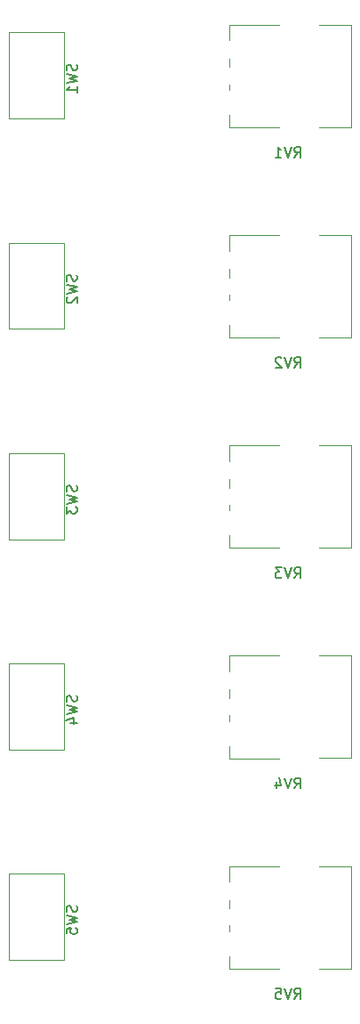
<source format=gbr>
%TF.GenerationSoftware,KiCad,Pcbnew,(5.1.9)-1*%
%TF.CreationDate,2021-07-02T20:28:59+01:00*%
%TF.ProjectId,MultMixer,4d756c74-4d69-4786-9572-2e6b69636164,rev?*%
%TF.SameCoordinates,Original*%
%TF.FileFunction,Legend,Bot*%
%TF.FilePolarity,Positive*%
%FSLAX46Y46*%
G04 Gerber Fmt 4.6, Leading zero omitted, Abs format (unit mm)*
G04 Created by KiCad (PCBNEW (5.1.9)-1) date 2021-07-02 20:28:59*
%MOMM*%
%LPD*%
G01*
G04 APERTURE LIST*
%ADD10C,0.120000*%
%ADD11C,0.150000*%
%ADD12O,1.740000X2.190000*%
%ADD13O,2.362000X1.362000*%
%ADD14O,1.600000X2.400000*%
%ADD15R,1.600000X2.400000*%
%ADD16C,3.240000*%
%ADD17C,1.800000*%
%ADD18R,1.800000X1.800000*%
%ADD19O,1.600000X1.600000*%
%ADD20C,1.600000*%
%ADD21R,1.727200X1.727200*%
%ADD22O,1.727200X1.727200*%
%ADD23R,1.600000X1.600000*%
G04 APERTURE END LIST*
D10*
%TO.C,SW5*%
X181400000Y-148900000D02*
X181400000Y-157100000D01*
X186600000Y-148900000D02*
X181400000Y-148900000D01*
X186600000Y-148900000D02*
X186600000Y-157100000D01*
X186600000Y-157100000D02*
X181400000Y-157100000D01*
%TO.C,SW4*%
X181400000Y-128900000D02*
X181400000Y-137100000D01*
X186600000Y-128900000D02*
X181400000Y-128900000D01*
X186600000Y-128900000D02*
X186600000Y-137100000D01*
X186600000Y-137100000D02*
X181400000Y-137100000D01*
%TO.C,SW3*%
X181400000Y-108900000D02*
X181400000Y-117100000D01*
X186600000Y-108900000D02*
X181400000Y-108900000D01*
X186600000Y-108900000D02*
X186600000Y-117100000D01*
X186600000Y-117100000D02*
X181400000Y-117100000D01*
%TO.C,SW2*%
X181400000Y-88900000D02*
X181400000Y-97100000D01*
X186600000Y-88900000D02*
X181400000Y-88900000D01*
X186600000Y-88900000D02*
X186600000Y-97100000D01*
X186600000Y-97100000D02*
X181400000Y-97100000D01*
%TO.C,SW1*%
X181400000Y-68900000D02*
X181400000Y-77100000D01*
X186600000Y-68900000D02*
X181400000Y-68900000D01*
X186600000Y-68900000D02*
X186600000Y-77100000D01*
X186600000Y-77100000D02*
X181400000Y-77100000D01*
%TO.C,RV5*%
X202387000Y-151380000D02*
X202387000Y-152210000D01*
X202387000Y-153830000D02*
X202387000Y-154360000D01*
X202387000Y-156730000D02*
X202387000Y-157910000D01*
X202387000Y-148170000D02*
X207107000Y-148170000D01*
X210917000Y-157910000D02*
X213977000Y-157910000D01*
X202387000Y-157920000D02*
X207107000Y-157920000D01*
X210917000Y-148170000D02*
X213977000Y-148170000D01*
X202387000Y-148170000D02*
X202387000Y-149660000D01*
X213977000Y-148170000D02*
X213977000Y-157910000D01*
%TO.C,RV4*%
X202387000Y-131380000D02*
X202387000Y-132210000D01*
X202387000Y-133830000D02*
X202387000Y-134360000D01*
X202387000Y-136730000D02*
X202387000Y-137910000D01*
X202387000Y-128170000D02*
X207107000Y-128170000D01*
X210917000Y-137910000D02*
X213977000Y-137910000D01*
X202387000Y-137920000D02*
X207107000Y-137920000D01*
X210917000Y-128170000D02*
X213977000Y-128170000D01*
X202387000Y-128170000D02*
X202387000Y-129660000D01*
X213977000Y-128170000D02*
X213977000Y-137910000D01*
%TO.C,RV3*%
X202387000Y-111380000D02*
X202387000Y-112210000D01*
X202387000Y-113830000D02*
X202387000Y-114360000D01*
X202387000Y-116730000D02*
X202387000Y-117910000D01*
X202387000Y-108170000D02*
X207107000Y-108170000D01*
X210917000Y-117910000D02*
X213977000Y-117910000D01*
X202387000Y-117920000D02*
X207107000Y-117920000D01*
X210917000Y-108170000D02*
X213977000Y-108170000D01*
X202387000Y-108170000D02*
X202387000Y-109660000D01*
X213977000Y-108170000D02*
X213977000Y-117910000D01*
%TO.C,RV2*%
X202387000Y-91380000D02*
X202387000Y-92210000D01*
X202387000Y-93830000D02*
X202387000Y-94360000D01*
X202387000Y-96730000D02*
X202387000Y-97910000D01*
X202387000Y-88170000D02*
X207107000Y-88170000D01*
X210917000Y-97910000D02*
X213977000Y-97910000D01*
X202387000Y-97920000D02*
X207107000Y-97920000D01*
X210917000Y-88170000D02*
X213977000Y-88170000D01*
X202387000Y-88170000D02*
X202387000Y-89660000D01*
X213977000Y-88170000D02*
X213977000Y-97910000D01*
%TO.C,RV1*%
X202387000Y-71380000D02*
X202387000Y-72210000D01*
X202387000Y-73830000D02*
X202387000Y-74360000D01*
X202387000Y-76730000D02*
X202387000Y-77910000D01*
X202387000Y-68170000D02*
X207107000Y-68170000D01*
X210917000Y-77910000D02*
X213977000Y-77910000D01*
X202387000Y-77920000D02*
X207107000Y-77920000D01*
X210917000Y-68170000D02*
X213977000Y-68170000D01*
X202387000Y-68170000D02*
X202387000Y-69660000D01*
X213977000Y-68170000D02*
X213977000Y-77910000D01*
%TO.C,SW5*%
D11*
X187804761Y-151966666D02*
X187852380Y-152109523D01*
X187852380Y-152347619D01*
X187804761Y-152442857D01*
X187757142Y-152490476D01*
X187661904Y-152538095D01*
X187566666Y-152538095D01*
X187471428Y-152490476D01*
X187423809Y-152442857D01*
X187376190Y-152347619D01*
X187328571Y-152157142D01*
X187280952Y-152061904D01*
X187233333Y-152014285D01*
X187138095Y-151966666D01*
X187042857Y-151966666D01*
X186947619Y-152014285D01*
X186900000Y-152061904D01*
X186852380Y-152157142D01*
X186852380Y-152395238D01*
X186900000Y-152538095D01*
X186852380Y-152871428D02*
X187852380Y-153109523D01*
X187138095Y-153300000D01*
X187852380Y-153490476D01*
X186852380Y-153728571D01*
X186852380Y-154585714D02*
X186852380Y-154109523D01*
X187328571Y-154061904D01*
X187280952Y-154109523D01*
X187233333Y-154204761D01*
X187233333Y-154442857D01*
X187280952Y-154538095D01*
X187328571Y-154585714D01*
X187423809Y-154633333D01*
X187661904Y-154633333D01*
X187757142Y-154585714D01*
X187804761Y-154538095D01*
X187852380Y-154442857D01*
X187852380Y-154204761D01*
X187804761Y-154109523D01*
X187757142Y-154061904D01*
%TO.C,SW4*%
X187804761Y-131966666D02*
X187852380Y-132109523D01*
X187852380Y-132347619D01*
X187804761Y-132442857D01*
X187757142Y-132490476D01*
X187661904Y-132538095D01*
X187566666Y-132538095D01*
X187471428Y-132490476D01*
X187423809Y-132442857D01*
X187376190Y-132347619D01*
X187328571Y-132157142D01*
X187280952Y-132061904D01*
X187233333Y-132014285D01*
X187138095Y-131966666D01*
X187042857Y-131966666D01*
X186947619Y-132014285D01*
X186900000Y-132061904D01*
X186852380Y-132157142D01*
X186852380Y-132395238D01*
X186900000Y-132538095D01*
X186852380Y-132871428D02*
X187852380Y-133109523D01*
X187138095Y-133300000D01*
X187852380Y-133490476D01*
X186852380Y-133728571D01*
X187185714Y-134538095D02*
X187852380Y-134538095D01*
X186804761Y-134300000D02*
X187519047Y-134061904D01*
X187519047Y-134680952D01*
%TO.C,SW3*%
X187804761Y-111966666D02*
X187852380Y-112109523D01*
X187852380Y-112347619D01*
X187804761Y-112442857D01*
X187757142Y-112490476D01*
X187661904Y-112538095D01*
X187566666Y-112538095D01*
X187471428Y-112490476D01*
X187423809Y-112442857D01*
X187376190Y-112347619D01*
X187328571Y-112157142D01*
X187280952Y-112061904D01*
X187233333Y-112014285D01*
X187138095Y-111966666D01*
X187042857Y-111966666D01*
X186947619Y-112014285D01*
X186900000Y-112061904D01*
X186852380Y-112157142D01*
X186852380Y-112395238D01*
X186900000Y-112538095D01*
X186852380Y-112871428D02*
X187852380Y-113109523D01*
X187138095Y-113300000D01*
X187852380Y-113490476D01*
X186852380Y-113728571D01*
X186852380Y-114014285D02*
X186852380Y-114633333D01*
X187233333Y-114300000D01*
X187233333Y-114442857D01*
X187280952Y-114538095D01*
X187328571Y-114585714D01*
X187423809Y-114633333D01*
X187661904Y-114633333D01*
X187757142Y-114585714D01*
X187804761Y-114538095D01*
X187852380Y-114442857D01*
X187852380Y-114157142D01*
X187804761Y-114061904D01*
X187757142Y-114014285D01*
%TO.C,SW2*%
X187804761Y-91966666D02*
X187852380Y-92109523D01*
X187852380Y-92347619D01*
X187804761Y-92442857D01*
X187757142Y-92490476D01*
X187661904Y-92538095D01*
X187566666Y-92538095D01*
X187471428Y-92490476D01*
X187423809Y-92442857D01*
X187376190Y-92347619D01*
X187328571Y-92157142D01*
X187280952Y-92061904D01*
X187233333Y-92014285D01*
X187138095Y-91966666D01*
X187042857Y-91966666D01*
X186947619Y-92014285D01*
X186900000Y-92061904D01*
X186852380Y-92157142D01*
X186852380Y-92395238D01*
X186900000Y-92538095D01*
X186852380Y-92871428D02*
X187852380Y-93109523D01*
X187138095Y-93300000D01*
X187852380Y-93490476D01*
X186852380Y-93728571D01*
X186947619Y-94061904D02*
X186900000Y-94109523D01*
X186852380Y-94204761D01*
X186852380Y-94442857D01*
X186900000Y-94538095D01*
X186947619Y-94585714D01*
X187042857Y-94633333D01*
X187138095Y-94633333D01*
X187280952Y-94585714D01*
X187852380Y-94014285D01*
X187852380Y-94633333D01*
%TO.C,SW1*%
X187804761Y-71966666D02*
X187852380Y-72109523D01*
X187852380Y-72347619D01*
X187804761Y-72442857D01*
X187757142Y-72490476D01*
X187661904Y-72538095D01*
X187566666Y-72538095D01*
X187471428Y-72490476D01*
X187423809Y-72442857D01*
X187376190Y-72347619D01*
X187328571Y-72157142D01*
X187280952Y-72061904D01*
X187233333Y-72014285D01*
X187138095Y-71966666D01*
X187042857Y-71966666D01*
X186947619Y-72014285D01*
X186900000Y-72061904D01*
X186852380Y-72157142D01*
X186852380Y-72395238D01*
X186900000Y-72538095D01*
X186852380Y-72871428D02*
X187852380Y-73109523D01*
X187138095Y-73300000D01*
X187852380Y-73490476D01*
X186852380Y-73728571D01*
X187852380Y-74633333D02*
X187852380Y-74061904D01*
X187852380Y-74347619D02*
X186852380Y-74347619D01*
X186995238Y-74252380D01*
X187090476Y-74157142D01*
X187138095Y-74061904D01*
%TO.C,RV5*%
X208552238Y-160792380D02*
X208885571Y-160316190D01*
X209123666Y-160792380D02*
X209123666Y-159792380D01*
X208742714Y-159792380D01*
X208647476Y-159840000D01*
X208599857Y-159887619D01*
X208552238Y-159982857D01*
X208552238Y-160125714D01*
X208599857Y-160220952D01*
X208647476Y-160268571D01*
X208742714Y-160316190D01*
X209123666Y-160316190D01*
X208266523Y-159792380D02*
X207933190Y-160792380D01*
X207599857Y-159792380D01*
X206790333Y-159792380D02*
X207266523Y-159792380D01*
X207314142Y-160268571D01*
X207266523Y-160220952D01*
X207171285Y-160173333D01*
X206933190Y-160173333D01*
X206837952Y-160220952D01*
X206790333Y-160268571D01*
X206742714Y-160363809D01*
X206742714Y-160601904D01*
X206790333Y-160697142D01*
X206837952Y-160744761D01*
X206933190Y-160792380D01*
X207171285Y-160792380D01*
X207266523Y-160744761D01*
X207314142Y-160697142D01*
%TO.C,RV4*%
X208552238Y-140792380D02*
X208885571Y-140316190D01*
X209123666Y-140792380D02*
X209123666Y-139792380D01*
X208742714Y-139792380D01*
X208647476Y-139840000D01*
X208599857Y-139887619D01*
X208552238Y-139982857D01*
X208552238Y-140125714D01*
X208599857Y-140220952D01*
X208647476Y-140268571D01*
X208742714Y-140316190D01*
X209123666Y-140316190D01*
X208266523Y-139792380D02*
X207933190Y-140792380D01*
X207599857Y-139792380D01*
X206837952Y-140125714D02*
X206837952Y-140792380D01*
X207076047Y-139744761D02*
X207314142Y-140459047D01*
X206695095Y-140459047D01*
%TO.C,RV3*%
X208552238Y-120792380D02*
X208885571Y-120316190D01*
X209123666Y-120792380D02*
X209123666Y-119792380D01*
X208742714Y-119792380D01*
X208647476Y-119840000D01*
X208599857Y-119887619D01*
X208552238Y-119982857D01*
X208552238Y-120125714D01*
X208599857Y-120220952D01*
X208647476Y-120268571D01*
X208742714Y-120316190D01*
X209123666Y-120316190D01*
X208266523Y-119792380D02*
X207933190Y-120792380D01*
X207599857Y-119792380D01*
X207361761Y-119792380D02*
X206742714Y-119792380D01*
X207076047Y-120173333D01*
X206933190Y-120173333D01*
X206837952Y-120220952D01*
X206790333Y-120268571D01*
X206742714Y-120363809D01*
X206742714Y-120601904D01*
X206790333Y-120697142D01*
X206837952Y-120744761D01*
X206933190Y-120792380D01*
X207218904Y-120792380D01*
X207314142Y-120744761D01*
X207361761Y-120697142D01*
%TO.C,RV2*%
X208552238Y-100792380D02*
X208885571Y-100316190D01*
X209123666Y-100792380D02*
X209123666Y-99792380D01*
X208742714Y-99792380D01*
X208647476Y-99840000D01*
X208599857Y-99887619D01*
X208552238Y-99982857D01*
X208552238Y-100125714D01*
X208599857Y-100220952D01*
X208647476Y-100268571D01*
X208742714Y-100316190D01*
X209123666Y-100316190D01*
X208266523Y-99792380D02*
X207933190Y-100792380D01*
X207599857Y-99792380D01*
X207314142Y-99887619D02*
X207266523Y-99840000D01*
X207171285Y-99792380D01*
X206933190Y-99792380D01*
X206837952Y-99840000D01*
X206790333Y-99887619D01*
X206742714Y-99982857D01*
X206742714Y-100078095D01*
X206790333Y-100220952D01*
X207361761Y-100792380D01*
X206742714Y-100792380D01*
%TO.C,RV1*%
X208552238Y-80792380D02*
X208885571Y-80316190D01*
X209123666Y-80792380D02*
X209123666Y-79792380D01*
X208742714Y-79792380D01*
X208647476Y-79840000D01*
X208599857Y-79887619D01*
X208552238Y-79982857D01*
X208552238Y-80125714D01*
X208599857Y-80220952D01*
X208647476Y-80268571D01*
X208742714Y-80316190D01*
X209123666Y-80316190D01*
X208266523Y-79792380D02*
X207933190Y-80792380D01*
X207599857Y-79792380D01*
X206742714Y-80792380D02*
X207314142Y-80792380D01*
X207028428Y-80792380D02*
X207028428Y-79792380D01*
X207123666Y-79935238D01*
X207218904Y-80030476D01*
X207314142Y-80078095D01*
%TD*%
%LPC*%
D12*
%TO.C,LED*%
X177000000Y-206000000D03*
G36*
G01*
X173590000Y-206844441D02*
X173590000Y-205155559D01*
G75*
G02*
X173840559Y-204905000I250559J0D01*
G01*
X175079441Y-204905000D01*
G75*
G02*
X175330000Y-205155559I0J-250559D01*
G01*
X175330000Y-206844441D01*
G75*
G02*
X175079441Y-207095000I-250559J0D01*
G01*
X173840559Y-207095000D01*
G75*
G02*
X173590000Y-206844441I0J250559D01*
G01*
G37*
%TD*%
D13*
%TO.C,SW5*%
X184000000Y-155500000D03*
X184000000Y-150500000D03*
X184000000Y-153000000D03*
%TD*%
%TO.C,SW4*%
X184000000Y-135500000D03*
X184000000Y-130500000D03*
X184000000Y-133000000D03*
%TD*%
%TO.C,SW3*%
X184000000Y-115500000D03*
X184000000Y-110500000D03*
X184000000Y-113000000D03*
%TD*%
%TO.C,SW2*%
X184000000Y-95500000D03*
X184000000Y-90500000D03*
X184000000Y-93000000D03*
%TD*%
%TO.C,SW1*%
X184000000Y-75500000D03*
X184000000Y-70500000D03*
X184000000Y-73000000D03*
%TD*%
D12*
%TO.C,MIX OUT*%
X215000000Y-175000000D03*
G36*
G01*
X211590000Y-175845001D02*
X211590000Y-174154999D01*
G75*
G02*
X211839999Y-173905000I249999J0D01*
G01*
X213080001Y-173905000D01*
G75*
G02*
X213330000Y-174154999I0J-249999D01*
G01*
X213330000Y-175845001D01*
G75*
G02*
X213080001Y-176095000I-249999J0D01*
G01*
X211839999Y-176095000D01*
G75*
G02*
X211590000Y-175845001I0J249999D01*
G01*
G37*
%TD*%
%TO.C,IN 5*%
X214540000Y-163000000D03*
G36*
G01*
X211130000Y-163845001D02*
X211130000Y-162154999D01*
G75*
G02*
X211379999Y-161905000I249999J0D01*
G01*
X212620001Y-161905000D01*
G75*
G02*
X212870000Y-162154999I0J-249999D01*
G01*
X212870000Y-163845001D01*
G75*
G02*
X212620001Y-164095000I-249999J0D01*
G01*
X211379999Y-164095000D01*
G75*
G02*
X211130000Y-163845001I0J249999D01*
G01*
G37*
%TD*%
%TO.C,IN 4*%
X215000000Y-143000000D03*
G36*
G01*
X211590000Y-143845001D02*
X211590000Y-142154999D01*
G75*
G02*
X211839999Y-141905000I249999J0D01*
G01*
X213080001Y-141905000D01*
G75*
G02*
X213330000Y-142154999I0J-249999D01*
G01*
X213330000Y-143845001D01*
G75*
G02*
X213080001Y-144095000I-249999J0D01*
G01*
X211839999Y-144095000D01*
G75*
G02*
X211590000Y-143845001I0J249999D01*
G01*
G37*
%TD*%
%TO.C,IN 3*%
X214540000Y-123000000D03*
G36*
G01*
X211130000Y-123845001D02*
X211130000Y-122154999D01*
G75*
G02*
X211379999Y-121905000I249999J0D01*
G01*
X212620001Y-121905000D01*
G75*
G02*
X212870000Y-122154999I0J-249999D01*
G01*
X212870000Y-123845001D01*
G75*
G02*
X212620001Y-124095000I-249999J0D01*
G01*
X211379999Y-124095000D01*
G75*
G02*
X211130000Y-123845001I0J249999D01*
G01*
G37*
%TD*%
%TO.C,IN 2*%
X215000000Y-103000000D03*
G36*
G01*
X211590000Y-103845001D02*
X211590000Y-102154999D01*
G75*
G02*
X211839999Y-101905000I249999J0D01*
G01*
X213080001Y-101905000D01*
G75*
G02*
X213330000Y-102154999I0J-249999D01*
G01*
X213330000Y-103845001D01*
G75*
G02*
X213080001Y-104095000I-249999J0D01*
G01*
X211839999Y-104095000D01*
G75*
G02*
X211590000Y-103845001I0J249999D01*
G01*
G37*
%TD*%
%TO.C,IN 1*%
X215000000Y-83000000D03*
G36*
G01*
X211590000Y-83845001D02*
X211590000Y-82154999D01*
G75*
G02*
X211839999Y-81905000I249999J0D01*
G01*
X213080001Y-81905000D01*
G75*
G02*
X213330000Y-82154999I0J-249999D01*
G01*
X213330000Y-83845001D01*
G75*
G02*
X213080001Y-84095000I-249999J0D01*
G01*
X211839999Y-84095000D01*
G75*
G02*
X211590000Y-83845001I0J249999D01*
G01*
G37*
%TD*%
%TO.C,OUT 5*%
X177415000Y-196125000D03*
G36*
G01*
X174005000Y-196970001D02*
X174005000Y-195279999D01*
G75*
G02*
X174254999Y-195030000I249999J0D01*
G01*
X175495001Y-195030000D01*
G75*
G02*
X175745000Y-195279999I0J-249999D01*
G01*
X175745000Y-196970001D01*
G75*
G02*
X175495001Y-197220000I-249999J0D01*
G01*
X174254999Y-197220000D01*
G75*
G02*
X174005000Y-196970001I0J249999D01*
G01*
G37*
%TD*%
%TO.C,OUT 3*%
X177415000Y-172500000D03*
G36*
G01*
X174005000Y-173345001D02*
X174005000Y-171654999D01*
G75*
G02*
X174254999Y-171405000I249999J0D01*
G01*
X175495001Y-171405000D01*
G75*
G02*
X175745000Y-171654999I0J-249999D01*
G01*
X175745000Y-173345001D01*
G75*
G02*
X175495001Y-173595000I-249999J0D01*
G01*
X174254999Y-173595000D01*
G75*
G02*
X174005000Y-173345001I0J249999D01*
G01*
G37*
%TD*%
%TO.C,OUT 4*%
X177040000Y-184875000D03*
G36*
G01*
X173630000Y-185720001D02*
X173630000Y-184029999D01*
G75*
G02*
X173879999Y-183780000I249999J0D01*
G01*
X175120001Y-183780000D01*
G75*
G02*
X175370000Y-184029999I0J-249999D01*
G01*
X175370000Y-185720001D01*
G75*
G02*
X175120001Y-185970000I-249999J0D01*
G01*
X173879999Y-185970000D01*
G75*
G02*
X173630000Y-185720001I0J249999D01*
G01*
G37*
%TD*%
%TO.C,OUT 2*%
X177040000Y-159000000D03*
G36*
G01*
X173630000Y-159845001D02*
X173630000Y-158154999D01*
G75*
G02*
X173879999Y-157905000I249999J0D01*
G01*
X175120001Y-157905000D01*
G75*
G02*
X175370000Y-158154999I0J-249999D01*
G01*
X175370000Y-159845001D01*
G75*
G02*
X175120001Y-160095000I-249999J0D01*
G01*
X173879999Y-160095000D01*
G75*
G02*
X173630000Y-159845001I0J249999D01*
G01*
G37*
%TD*%
%TO.C,OUT 1*%
X177040000Y-146625000D03*
G36*
G01*
X173630000Y-147470001D02*
X173630000Y-145779999D01*
G75*
G02*
X173879999Y-145530000I249999J0D01*
G01*
X175120001Y-145530000D01*
G75*
G02*
X175370000Y-145779999I0J-249999D01*
G01*
X175370000Y-147470001D01*
G75*
G02*
X175120001Y-147720000I-249999J0D01*
G01*
X173879999Y-147720000D01*
G75*
G02*
X173630000Y-147470001I0J249999D01*
G01*
G37*
%TD*%
%TO.C,MULT IN*%
X177000000Y-136500000D03*
G36*
G01*
X173590000Y-137345001D02*
X173590000Y-135654999D01*
G75*
G02*
X173839999Y-135405000I249999J0D01*
G01*
X175080001Y-135405000D01*
G75*
G02*
X175330000Y-135654999I0J-249999D01*
G01*
X175330000Y-137345001D01*
G75*
G02*
X175080001Y-137595000I-249999J0D01*
G01*
X173839999Y-137595000D01*
G75*
G02*
X173590000Y-137345001I0J249999D01*
G01*
G37*
%TD*%
D14*
%TO.C,U2*%
X193000000Y-86620000D03*
X177760000Y-79000000D03*
X190460000Y-86620000D03*
X180300000Y-79000000D03*
X187920000Y-86620000D03*
X182840000Y-79000000D03*
X185380000Y-86620000D03*
X185380000Y-79000000D03*
X182840000Y-86620000D03*
X187920000Y-79000000D03*
X180300000Y-86620000D03*
X190460000Y-79000000D03*
X177760000Y-86620000D03*
D15*
X193000000Y-79000000D03*
%TD*%
D14*
%TO.C,U1*%
X195500000Y-126620000D03*
X180260000Y-119000000D03*
X192960000Y-126620000D03*
X182800000Y-119000000D03*
X190420000Y-126620000D03*
X185340000Y-119000000D03*
X187880000Y-126620000D03*
X187880000Y-119000000D03*
X185340000Y-126620000D03*
X190420000Y-119000000D03*
X182800000Y-126620000D03*
X192960000Y-119000000D03*
X180260000Y-126620000D03*
D15*
X195500000Y-119000000D03*
%TD*%
D16*
%TO.C,RV5*%
X209007000Y-157840000D03*
X209007000Y-148240000D03*
D17*
X201507000Y-150540000D03*
X201507000Y-153040000D03*
D18*
X201507000Y-155540000D03*
%TD*%
D16*
%TO.C,RV4*%
X209007000Y-137840000D03*
X209007000Y-128240000D03*
D17*
X201507000Y-130540000D03*
X201507000Y-133040000D03*
D18*
X201507000Y-135540000D03*
%TD*%
D16*
%TO.C,RV3*%
X209007000Y-117840000D03*
X209007000Y-108240000D03*
D17*
X201507000Y-110540000D03*
X201507000Y-113040000D03*
D18*
X201507000Y-115540000D03*
%TD*%
D16*
%TO.C,RV2*%
X209007000Y-97840000D03*
X209007000Y-88240000D03*
D17*
X201507000Y-90540000D03*
X201507000Y-93040000D03*
D18*
X201507000Y-95540000D03*
%TD*%
D16*
%TO.C,RV1*%
X209007000Y-77840000D03*
X209007000Y-68240000D03*
D17*
X201507000Y-70540000D03*
X201507000Y-73040000D03*
D18*
X201507000Y-75540000D03*
%TD*%
D19*
%TO.C,R15*%
X197000000Y-75900000D03*
D20*
X189380000Y-75900000D03*
%TD*%
D19*
%TO.C,R14*%
X170500000Y-87120000D03*
D20*
X170500000Y-79500000D03*
%TD*%
D19*
%TO.C,R13*%
X174000000Y-79380000D03*
D20*
X174000000Y-87000000D03*
%TD*%
D19*
%TO.C,R12*%
X196620000Y-153000000D03*
D20*
X189000000Y-153000000D03*
%TD*%
D19*
%TO.C,R11*%
X189380000Y-133000000D03*
D20*
X197000000Y-133000000D03*
%TD*%
D19*
%TO.C,R10*%
X189380000Y-113000000D03*
D20*
X197000000Y-113000000D03*
%TD*%
D19*
%TO.C,R9*%
X189380000Y-98000000D03*
D20*
X197000000Y-98000000D03*
%TD*%
D19*
%TO.C,R8*%
X189380000Y-72900000D03*
D20*
X197000000Y-72900000D03*
%TD*%
D19*
%TO.C,R7*%
X187620000Y-206000000D03*
D20*
X180000000Y-206000000D03*
%TD*%
D19*
%TO.C,R6*%
X188120000Y-196500000D03*
D20*
X180500000Y-196500000D03*
%TD*%
D19*
%TO.C,R5*%
X188000000Y-172500000D03*
D20*
X180380000Y-172500000D03*
%TD*%
D19*
%TO.C,R4*%
X187500000Y-184500000D03*
D20*
X179880000Y-184500000D03*
%TD*%
D19*
%TO.C,R3*%
X187500000Y-159000000D03*
D20*
X179880000Y-159000000D03*
%TD*%
D19*
%TO.C,R2*%
X187620000Y-146500000D03*
D20*
X180000000Y-146500000D03*
%TD*%
D19*
%TO.C,R1*%
X197000000Y-136500000D03*
D20*
X189380000Y-136500000D03*
%TD*%
D21*
%TO.C,J2*%
X210250000Y-195750000D03*
D22*
X212790000Y-195750000D03*
X210250000Y-198290000D03*
X212790000Y-198290000D03*
X210250000Y-200830000D03*
X212790000Y-200830000D03*
X210250000Y-203370000D03*
X212790000Y-203370000D03*
X210250000Y-205910000D03*
X212790000Y-205910000D03*
%TD*%
D19*
%TO.C,D2*%
X214620000Y-183000000D03*
G36*
G01*
X206200000Y-183400000D02*
X206200000Y-182600000D01*
G75*
G02*
X206600000Y-182200000I400000J0D01*
G01*
X207400000Y-182200000D01*
G75*
G02*
X207800000Y-182600000I0J-400000D01*
G01*
X207800000Y-183400000D01*
G75*
G02*
X207400000Y-183800000I-400000J0D01*
G01*
X206600000Y-183800000D01*
G75*
G02*
X206200000Y-183400000I0J400000D01*
G01*
G37*
%TD*%
%TO.C,D1*%
X214620000Y-186000000D03*
G36*
G01*
X206200000Y-186400000D02*
X206200000Y-185600000D01*
G75*
G02*
X206600000Y-185200000I400000J0D01*
G01*
X207400000Y-185200000D01*
G75*
G02*
X207800000Y-185600000I0J-400000D01*
G01*
X207800000Y-186400000D01*
G75*
G02*
X207400000Y-186800000I-400000J0D01*
G01*
X206600000Y-186800000D01*
G75*
G02*
X206200000Y-186400000I0J400000D01*
G01*
G37*
%TD*%
D20*
%TO.C,C8*%
X197500000Y-80500000D03*
X197500000Y-85500000D03*
%TD*%
%TO.C,C7*%
X179000000Y-92000000D03*
X174000000Y-92000000D03*
%TD*%
%TO.C,C6*%
X201000000Y-125000000D03*
X201000000Y-120000000D03*
%TD*%
%TO.C,C5*%
X176000000Y-120000000D03*
X176000000Y-125000000D03*
%TD*%
%TO.C,C4*%
X178000000Y-75000000D03*
X173000000Y-75000000D03*
%TD*%
%TO.C,C3*%
X193000000Y-91000000D03*
X188000000Y-91000000D03*
%TD*%
%TO.C,C2*%
X202500000Y-207000000D03*
D23*
X200000000Y-207000000D03*
%TD*%
D20*
%TO.C,C1*%
X203000000Y-198000000D03*
D23*
X200500000Y-198000000D03*
%TD*%
M02*

</source>
